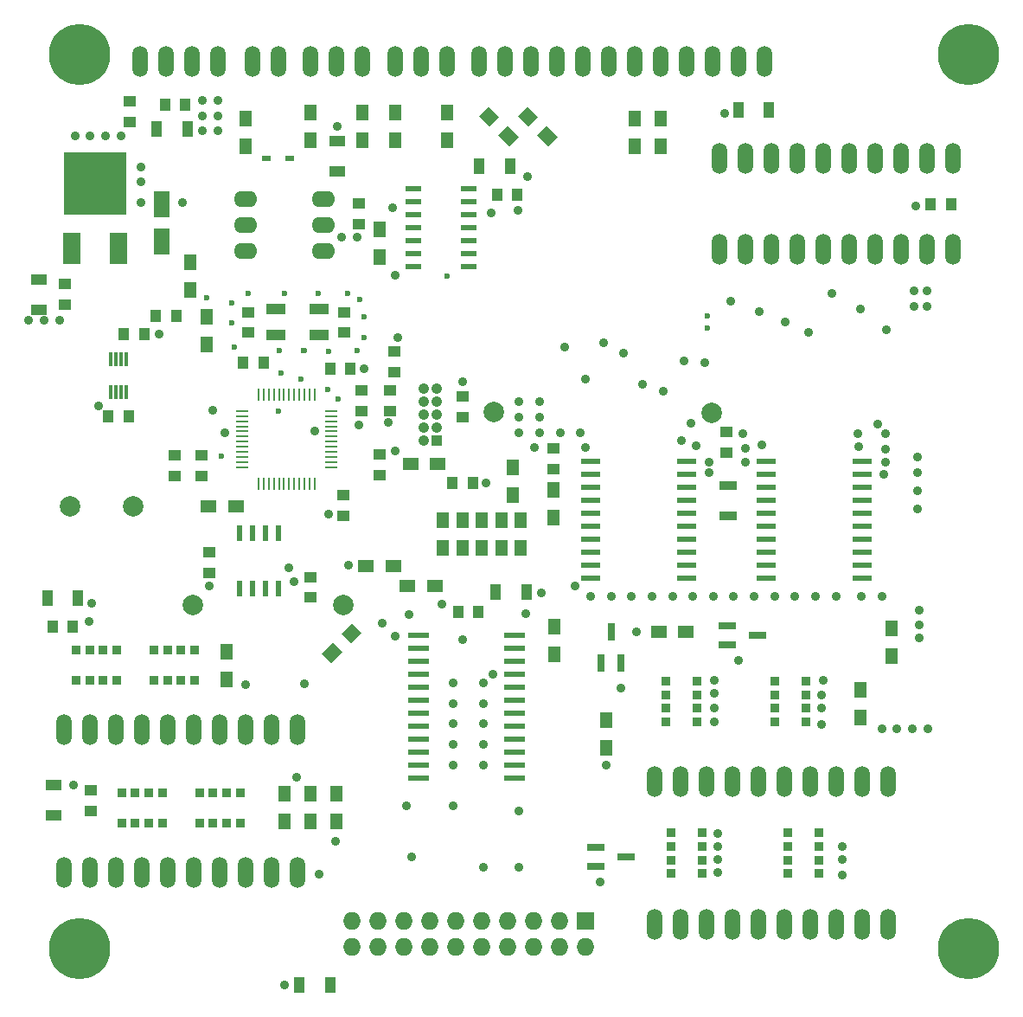
<source format=gbr>
G04 #@! TF.FileFunction,Soldermask,Top*
%FSLAX46Y46*%
G04 Gerber Fmt 4.6, Leading zero omitted, Abs format (unit mm)*
G04 Created by KiCad (PCBNEW 4.0.2+e4-6225~38~ubuntu15.04.1-stable) date Do 30 Jun 2016 00:48:15 CEST*
%MOMM*%
G01*
G04 APERTURE LIST*
%ADD10C,0.150000*%
%ADD11O,1.506220X3.014980*%
%ADD12R,0.900000X0.900000*%
%ADD13R,1.900000X1.100000*%
%ADD14R,1.250000X1.000000*%
%ADD15R,1.000000X1.250000*%
%ADD16R,1.727200X1.727200*%
%ADD17O,1.727200X1.727200*%
%ADD18R,2.000000X0.600000*%
%ADD19R,1.950000X0.600000*%
%ADD20O,2.286000X1.574800*%
%ADD21R,1.500000X0.600000*%
%ADD22R,1.300000X1.500000*%
%ADD23R,1.500000X1.300000*%
%ADD24R,1.700000X0.900000*%
%ADD25R,0.600000X1.550000*%
%ADD26R,0.800100X1.800860*%
%ADD27R,1.800860X0.800100*%
%ADD28R,1.000000X1.600000*%
%ADD29R,1.600000X1.000000*%
%ADD30R,1.651000X3.048000*%
%ADD31R,6.096000X6.096000*%
%ADD32R,0.250000X1.300000*%
%ADD33R,1.300000X0.250000*%
%ADD34R,1.600200X2.600960*%
%ADD35R,1.050000X1.050000*%
%ADD36C,1.050000*%
%ADD37R,0.900000X0.600000*%
%ADD38C,0.050000*%
%ADD39R,0.300000X1.450000*%
%ADD40C,6.000000*%
%ADD41C,0.889000*%
%ADD42C,0.600000*%
%ADD43C,2.000000*%
G04 APERTURE END LIST*
D10*
D11*
X4695000Y-72340280D03*
X7235000Y-72340280D03*
X9775000Y-72340280D03*
X12315000Y-72340280D03*
X27555000Y-72340280D03*
X25015000Y-72340280D03*
X22475000Y-72340280D03*
X19935000Y-72340280D03*
X17395000Y-72340280D03*
X14855000Y-72340280D03*
D12*
X5870000Y-67490280D03*
X9870000Y-67490280D03*
X7210000Y-67490280D03*
X8530000Y-67490280D03*
X7210000Y-64490280D03*
X5870000Y-64490280D03*
X9870000Y-64490280D03*
X8530000Y-64490280D03*
D13*
X25421400Y-31192280D03*
X29688600Y-33732280D03*
X29688600Y-31192280D03*
X25421400Y-33732280D03*
D14*
X22729000Y-31462280D03*
X22729000Y-33462280D03*
X32127000Y-33462280D03*
X32127000Y-31462280D03*
X33841500Y-41145780D03*
X33841500Y-39145780D03*
X36572000Y-41145780D03*
X36572000Y-39145780D03*
X15490000Y-45478000D03*
X15490000Y-47478000D03*
X28825000Y-59370280D03*
X28825000Y-57370280D03*
X52574000Y-44797280D03*
X52574000Y-46797280D03*
D15*
X49065500Y-19952780D03*
X47065500Y-19952780D03*
X43255500Y-60829000D03*
X45255500Y-60829000D03*
D14*
X4750000Y-30750000D03*
X4750000Y-28750000D03*
X33550000Y-20850000D03*
X33550000Y-22850000D03*
D16*
X55749000Y-91009280D03*
D17*
X55749000Y-93549280D03*
X53209000Y-91009280D03*
X53209000Y-93549280D03*
X50669000Y-91009280D03*
X50669000Y-93549280D03*
X48129000Y-91009280D03*
X48129000Y-93549280D03*
X45589000Y-91009280D03*
X45589000Y-93549280D03*
X43049000Y-91009280D03*
X43049000Y-93549280D03*
X40509000Y-91009280D03*
X40509000Y-93549280D03*
X37969000Y-91009280D03*
X37969000Y-93549280D03*
X35429000Y-91009280D03*
X35429000Y-93549280D03*
X32889000Y-91009280D03*
X32889000Y-93549280D03*
D18*
X39365000Y-63115000D03*
X39365000Y-64385000D03*
X39365000Y-65655000D03*
X39365000Y-66925000D03*
X39365000Y-68195000D03*
X39365000Y-69465000D03*
X39365000Y-70735000D03*
X39365000Y-72005000D03*
X39365000Y-73275000D03*
X39365000Y-74545000D03*
X39365000Y-75815000D03*
X39365000Y-77085000D03*
X48765000Y-77085000D03*
X48765000Y-75815000D03*
X48765000Y-74545000D03*
X48765000Y-73275000D03*
X48765000Y-72005000D03*
X48765000Y-70735000D03*
X48765000Y-69465000D03*
X48765000Y-68195000D03*
X48765000Y-66925000D03*
X48765000Y-65655000D03*
X48765000Y-64385000D03*
X48765000Y-63115000D03*
D19*
X73401000Y-46051280D03*
X73401000Y-47321280D03*
X73401000Y-48591280D03*
X73401000Y-49861280D03*
X73401000Y-51131280D03*
X73401000Y-52401280D03*
X73401000Y-53671280D03*
X73401000Y-54941280D03*
X73401000Y-56211280D03*
X73401000Y-57481280D03*
X82801000Y-57481280D03*
X82801000Y-56211280D03*
X82801000Y-54941280D03*
X82801000Y-53671280D03*
X82801000Y-52401280D03*
X82801000Y-51131280D03*
X82801000Y-49861280D03*
X82801000Y-48591280D03*
X82801000Y-47321280D03*
X82801000Y-46051280D03*
D20*
X22475000Y-20443000D03*
X22475000Y-22983000D03*
X22475000Y-25523000D03*
X30095000Y-25523000D03*
X30095000Y-22983000D03*
X30095000Y-20443000D03*
D21*
X38885000Y-19420280D03*
X38885000Y-20690280D03*
X38885000Y-21960280D03*
X38885000Y-23230280D03*
X38885000Y-24500280D03*
X38885000Y-25770280D03*
X38885000Y-27040280D03*
X44285000Y-27040280D03*
X44285000Y-25770280D03*
X44285000Y-24500280D03*
X44285000Y-23230280D03*
X44285000Y-21960280D03*
X44285000Y-20690280D03*
X44285000Y-19420280D03*
D22*
X26285000Y-78610280D03*
X26285000Y-81310280D03*
X20570000Y-67386000D03*
X20570000Y-64686000D03*
X28825000Y-78610280D03*
X28825000Y-81310280D03*
X31365000Y-81310280D03*
X31365000Y-78610280D03*
X52701000Y-62273000D03*
X52701000Y-64973000D03*
X22475000Y-12570280D03*
X22475000Y-15270280D03*
X35585000Y-26080280D03*
X35585000Y-23380280D03*
X60575000Y-15270280D03*
X60575000Y-12570280D03*
X63115000Y-15270280D03*
X63115000Y-12570280D03*
D10*
G36*
X49184543Y-14310585D02*
X48265305Y-15229823D01*
X47204645Y-14169163D01*
X48123883Y-13249925D01*
X49184543Y-14310585D01*
X49184543Y-14310585D01*
G37*
G36*
X47275355Y-12401397D02*
X46356117Y-13320635D01*
X45295457Y-12259975D01*
X46214695Y-11340737D01*
X47275355Y-12401397D01*
X47275355Y-12401397D01*
G37*
G36*
X52994543Y-14310585D02*
X52075305Y-15229823D01*
X51014645Y-14169163D01*
X51933883Y-13249925D01*
X52994543Y-14310585D01*
X52994543Y-14310585D01*
G37*
G36*
X51085355Y-12401397D02*
X50166117Y-13320635D01*
X49105457Y-12259975D01*
X50024695Y-11340737D01*
X51085355Y-12401397D01*
X51085355Y-12401397D01*
G37*
D22*
X42160000Y-14635280D03*
X42160000Y-11935280D03*
X37080000Y-14635280D03*
X37080000Y-11935280D03*
X33905000Y-14635280D03*
X33905000Y-11935280D03*
X28825000Y-14635280D03*
X28825000Y-11935280D03*
X48600000Y-46650000D03*
X48600000Y-49350000D03*
D23*
X34269500Y-56320500D03*
X36969500Y-56320500D03*
D22*
X85750000Y-62400000D03*
X85750000Y-65100000D03*
D23*
X65600000Y-62750000D03*
X62900000Y-62750000D03*
D22*
X82673000Y-68450280D03*
X82673000Y-71150280D03*
X57750000Y-71400000D03*
X57750000Y-74100000D03*
X52574000Y-48892280D03*
X52574000Y-51592280D03*
D24*
X69719000Y-48474780D03*
X69719000Y-51374780D03*
D23*
X18839000Y-50496280D03*
X21539000Y-50496280D03*
D25*
X21840000Y-58530280D03*
X23110000Y-58530280D03*
X24380000Y-58530280D03*
X25650000Y-58530280D03*
X25650000Y-53130280D03*
X24380000Y-53130280D03*
X23110000Y-53130280D03*
X21840000Y-53130280D03*
D10*
G36*
X30847695Y-65758043D02*
X29928457Y-64838805D01*
X30989117Y-63778145D01*
X31908355Y-64697383D01*
X30847695Y-65758043D01*
X30847695Y-65758043D01*
G37*
G36*
X32756883Y-63848855D02*
X31837645Y-62929617D01*
X32898305Y-61868957D01*
X33817543Y-62788195D01*
X32756883Y-63848855D01*
X32756883Y-63848855D01*
G37*
D26*
X57300000Y-65751140D03*
X59200000Y-65751140D03*
X58250000Y-62748860D03*
D27*
X56748860Y-83800000D03*
X56748860Y-85700000D03*
X59751140Y-84750000D03*
X69614860Y-62119280D03*
X69614860Y-64019280D03*
X72617140Y-63069280D03*
D28*
X45359000Y-17222280D03*
X48359000Y-17222280D03*
X30750000Y-97250000D03*
X27750000Y-97250000D03*
D29*
X31428500Y-17706280D03*
X31428500Y-14706280D03*
D28*
X73695500Y-11697780D03*
X70695500Y-11697780D03*
D15*
X13650000Y-31850000D03*
X15650000Y-31850000D03*
X91550000Y-20950000D03*
X89550000Y-20950000D03*
D14*
X7298500Y-78261780D03*
X7298500Y-80261780D03*
D15*
X5568000Y-62226000D03*
X3568000Y-62226000D03*
D29*
X3628200Y-77698280D03*
X3628200Y-80698280D03*
D28*
X6068000Y-59432000D03*
X3068000Y-59432000D03*
D15*
X11029000Y-41652000D03*
X9029000Y-41652000D03*
D14*
X32000000Y-51400000D03*
X32000000Y-49400000D03*
X18157000Y-45478000D03*
X18157000Y-47478000D03*
X35600000Y-45400000D03*
X35600000Y-47400000D03*
D15*
X30750000Y-37000000D03*
X32750000Y-37000000D03*
X10553000Y-33651000D03*
X12553000Y-33651000D03*
D30*
X5464000Y-25250280D03*
D31*
X7750000Y-18900280D03*
D30*
X10036000Y-25250280D03*
D32*
X29225500Y-39542280D03*
X28725500Y-39542280D03*
X28225500Y-39542280D03*
X27725500Y-39542280D03*
X27225500Y-39542280D03*
X26725500Y-39542280D03*
X26225500Y-39542280D03*
X25725500Y-39542280D03*
X25225500Y-39542280D03*
X24725500Y-39542280D03*
X24225500Y-39542280D03*
X23725500Y-39542280D03*
D33*
X22125500Y-41142280D03*
X22125500Y-41642280D03*
X22125500Y-42142280D03*
X22125500Y-42642280D03*
X22125500Y-43142280D03*
X22125500Y-43642280D03*
X22125500Y-44142280D03*
X22125500Y-44642280D03*
X22125500Y-45142280D03*
X22125500Y-45642280D03*
X22125500Y-46142280D03*
X22125500Y-46642280D03*
D32*
X23725500Y-48242280D03*
X24225500Y-48242280D03*
X24725500Y-48242280D03*
X25225500Y-48242280D03*
X25725500Y-48242280D03*
X26225500Y-48242280D03*
X26725500Y-48242280D03*
X27225500Y-48242280D03*
X27725500Y-48242280D03*
X28225500Y-48242280D03*
X28725500Y-48242280D03*
X29225500Y-48242280D03*
D33*
X30825500Y-46642280D03*
X30825500Y-46142280D03*
X30825500Y-45642280D03*
X30825500Y-45142280D03*
X30825500Y-44642280D03*
X30825500Y-44142280D03*
X30825500Y-43642280D03*
X30825500Y-43142280D03*
X30825500Y-42642280D03*
X30825500Y-42142280D03*
X30825500Y-41642280D03*
X30825500Y-41142280D03*
D29*
X2250000Y-28250000D03*
X2250000Y-31250000D03*
D34*
X14250000Y-24551140D03*
X14250000Y-20949420D03*
D15*
X24250000Y-36450000D03*
X22250000Y-36450000D03*
D22*
X18650000Y-34600000D03*
X18650000Y-31900000D03*
D14*
X37000000Y-35350000D03*
X37000000Y-37350000D03*
D35*
X41200000Y-44050000D03*
D36*
X41200000Y-42780000D03*
X41200000Y-41510000D03*
X41200000Y-40240000D03*
X41200000Y-38970000D03*
X39930000Y-42780000D03*
X39930000Y-41510000D03*
X39930000Y-40240000D03*
X39930000Y-38970000D03*
X39930000Y-44050000D03*
D12*
X64155000Y-82405280D03*
X64155000Y-86405280D03*
X64155000Y-83745280D03*
X64155000Y-85065280D03*
X67155000Y-83745280D03*
X67155000Y-82405280D03*
X67155000Y-86405280D03*
X67155000Y-85065280D03*
X75585000Y-82405280D03*
X75585000Y-86405280D03*
X75585000Y-83745280D03*
X75585000Y-85065280D03*
X78585000Y-83745280D03*
X78585000Y-82405280D03*
X78585000Y-86405280D03*
X78585000Y-85065280D03*
X66647000Y-71546280D03*
X66647000Y-67546280D03*
X66647000Y-70206280D03*
X66647000Y-68886280D03*
X63647000Y-70206280D03*
X63647000Y-71546280D03*
X63647000Y-67546280D03*
X63647000Y-68886280D03*
X77315000Y-71546280D03*
X77315000Y-67546280D03*
X77315000Y-70206280D03*
X77315000Y-68886280D03*
X74315000Y-70206280D03*
X74315000Y-71546280D03*
X74315000Y-67546280D03*
X74315000Y-68886280D03*
X10315000Y-81460280D03*
X14315000Y-81460280D03*
X11655000Y-81460280D03*
X12975000Y-81460280D03*
X11655000Y-78460280D03*
X10315000Y-78460280D03*
X14315000Y-78460280D03*
X12975000Y-78460280D03*
X17935000Y-81460280D03*
X21935000Y-81460280D03*
X19275000Y-81460280D03*
X20595000Y-81460280D03*
X19275000Y-78460280D03*
X17935000Y-78460280D03*
X21935000Y-78460280D03*
X20595000Y-78460280D03*
X13490000Y-67490280D03*
X17490000Y-67490280D03*
X14830000Y-67490280D03*
X16150000Y-67490280D03*
X14830000Y-64490280D03*
X13490000Y-64490280D03*
X17490000Y-64490280D03*
X16150000Y-64490280D03*
D11*
X19757200Y-6909880D03*
X17217200Y-6909880D03*
X14677200Y-6909880D03*
X12137200Y-6909880D03*
D37*
X24507000Y-16460280D03*
X26793000Y-16460280D03*
D11*
X42160000Y-6935280D03*
X39620000Y-6935280D03*
X37080000Y-6935280D03*
X33905000Y-6935280D03*
X31365000Y-6935280D03*
X28825000Y-6935280D03*
X4695000Y-86310280D03*
X7235000Y-86310280D03*
X9775000Y-86310280D03*
X12315000Y-86310280D03*
X27555000Y-86310280D03*
X25015000Y-86310280D03*
X22475000Y-86310280D03*
X19935000Y-86310280D03*
X17395000Y-86310280D03*
X14855000Y-86310280D03*
X25650000Y-6935280D03*
X23110000Y-6935280D03*
X62480000Y-77420280D03*
X65020000Y-77420280D03*
X67560000Y-77420280D03*
X70100000Y-77420280D03*
X85340000Y-77420280D03*
X82800000Y-77420280D03*
X80260000Y-77420280D03*
X77720000Y-77420280D03*
X75180000Y-77420280D03*
X72640000Y-77420280D03*
X68830000Y-16460280D03*
X71370000Y-16460280D03*
X73910000Y-16460280D03*
X76450000Y-16460280D03*
X91690000Y-16460280D03*
X89150000Y-16460280D03*
X86610000Y-16460280D03*
X84070000Y-16460280D03*
X81530000Y-16460280D03*
X78990000Y-16460280D03*
X62480000Y-91390280D03*
X65020000Y-91390280D03*
X67560000Y-91390280D03*
X70100000Y-91390280D03*
X85340000Y-91390280D03*
X82800000Y-91390280D03*
X80260000Y-91390280D03*
X77720000Y-91390280D03*
X75180000Y-91390280D03*
X72640000Y-91390280D03*
X68830000Y-25350280D03*
X71370000Y-25350280D03*
X73910000Y-25350280D03*
X76450000Y-25350280D03*
X91690000Y-25350280D03*
X89150000Y-25350280D03*
X86610000Y-25350280D03*
X84070000Y-25350280D03*
X81530000Y-25350280D03*
X78990000Y-25350280D03*
X58035000Y-6935280D03*
X55495000Y-6935280D03*
X52955000Y-6935280D03*
X50415000Y-6935280D03*
X47875000Y-6935280D03*
X45335000Y-6935280D03*
X73275000Y-6935280D03*
X70735000Y-6935280D03*
X68195000Y-6935280D03*
X65655000Y-6935280D03*
X63115000Y-6935280D03*
X60575000Y-6935280D03*
D14*
X69528500Y-45209780D03*
X69528500Y-43209780D03*
D38*
X25777000Y-37396280D03*
X25777000Y-38196280D03*
D14*
X18919000Y-56957280D03*
X18919000Y-54957280D03*
D39*
X9279000Y-39315000D03*
X9779000Y-39315000D03*
X10279000Y-39315000D03*
X10779000Y-39315000D03*
X10779000Y-36115000D03*
X10279000Y-36115000D03*
X9779000Y-36115000D03*
X9279000Y-36115000D03*
D19*
X56256000Y-46051280D03*
X56256000Y-47321280D03*
X56256000Y-48591280D03*
X56256000Y-49861280D03*
X56256000Y-51131280D03*
X56256000Y-52401280D03*
X56256000Y-53671280D03*
X56256000Y-54941280D03*
X56256000Y-56211280D03*
X56256000Y-57481280D03*
X65656000Y-57481280D03*
X65656000Y-56211280D03*
X65656000Y-54941280D03*
X65656000Y-53671280D03*
X65656000Y-52401280D03*
X65656000Y-51131280D03*
X65656000Y-49861280D03*
X65656000Y-48591280D03*
X65656000Y-47321280D03*
X65656000Y-46051280D03*
D22*
X17050000Y-26600000D03*
X17050000Y-29300000D03*
D15*
X14550000Y-11150000D03*
X16550000Y-11150000D03*
D28*
X13750000Y-13550000D03*
X16750000Y-13550000D03*
D14*
X11150000Y-10850000D03*
X11150000Y-12850000D03*
D22*
X47494000Y-54559000D03*
X47494000Y-51859000D03*
X49399000Y-54559000D03*
X49399000Y-51859000D03*
X41779000Y-54559000D03*
X41779000Y-51859000D03*
X43684000Y-54559000D03*
X43684000Y-51859000D03*
X45589000Y-54559000D03*
X45589000Y-51859000D03*
D28*
X46946500Y-58860500D03*
X49946500Y-58860500D03*
D23*
X41033500Y-58289000D03*
X38333500Y-58289000D03*
D15*
X42700000Y-48150000D03*
X44700000Y-48150000D03*
D23*
X41300000Y-46350000D03*
X38600000Y-46350000D03*
D14*
X43750000Y-41750000D03*
X43750000Y-39750000D03*
D40*
X93250000Y-93750280D03*
X6250000Y-6250280D03*
X93250000Y-6250280D03*
X6250000Y-93750280D03*
D41*
X37334000Y-33986280D03*
X46478000Y-21794280D03*
X36826000Y-21286280D03*
X35810000Y-61926280D03*
X42750000Y-79750000D03*
X38250000Y-79750000D03*
X38750000Y-84750000D03*
X45750000Y-85750000D03*
X49250000Y-85750000D03*
X49250000Y-80250000D03*
X45750000Y-75750000D03*
X42750000Y-75750000D03*
X42750000Y-73750000D03*
X45750000Y-73750000D03*
X45750000Y-71750000D03*
X42750000Y-71750000D03*
X42750000Y-69750000D03*
X45750000Y-69750000D03*
X45750000Y-67750000D03*
X42750000Y-67750000D03*
X26250000Y-97250000D03*
X57200000Y-87250000D03*
X69350000Y-12050000D03*
X88050000Y-21050000D03*
X43750000Y-38250000D03*
X4250000Y-32250000D03*
X2750000Y-32250000D03*
X46000000Y-48150000D03*
X34050000Y-37000000D03*
X37080000Y-45081000D03*
X36445000Y-42287000D03*
X1250000Y-32250000D03*
X51250000Y-40250000D03*
X49250000Y-40250000D03*
X49250000Y-41750000D03*
X51250000Y-41750000D03*
X50750000Y-44750000D03*
X49250000Y-43250000D03*
X51250000Y-43250000D03*
X55750000Y-44750000D03*
X55250000Y-43250000D03*
X53250000Y-43250000D03*
X84750000Y-59250000D03*
X82750000Y-59250000D03*
X80250000Y-59250000D03*
X78250000Y-59250000D03*
X76250000Y-59250000D03*
X74250000Y-59250000D03*
X72250000Y-59250000D03*
X70250000Y-59250000D03*
X68250000Y-59250000D03*
X66250000Y-59250000D03*
X64250000Y-59250000D03*
X62250000Y-59250000D03*
X60250000Y-59250000D03*
X58250000Y-59250000D03*
X56250000Y-59250000D03*
X54750000Y-58250000D03*
X57750000Y-75750000D03*
X59250000Y-68250000D03*
X60750000Y-62750000D03*
X89250000Y-72250000D03*
X87750000Y-72250000D03*
X86250000Y-72250000D03*
X88388000Y-63323280D03*
X88388000Y-62053280D03*
X88388000Y-60656280D03*
X88261000Y-50750280D03*
X88261000Y-48972280D03*
X88261000Y-47194280D03*
X88261000Y-45670280D03*
X89150000Y-30938280D03*
X87880000Y-30938280D03*
X87880000Y-29414280D03*
X89150000Y-29414280D03*
X84750000Y-72250000D03*
X32571500Y-56193500D03*
X51431000Y-58924000D03*
X49907000Y-60956000D03*
X46668500Y-66861500D03*
X43684000Y-63496000D03*
X37143500Y-63178500D03*
X41715500Y-60067000D03*
X38477000Y-61019500D03*
X70700000Y-65550000D03*
X30550000Y-51250000D03*
X29650000Y-86450000D03*
X31301500Y-83198780D03*
X20450000Y-43250000D03*
X22475000Y-67941000D03*
X19250000Y-41050000D03*
X28250000Y-67850000D03*
X8050000Y-40650000D03*
X13966000Y-33651000D03*
X7108000Y-61718000D03*
X7362000Y-59940000D03*
X5584000Y-77720000D03*
X18919000Y-58289000D03*
D42*
X20062000Y-45543280D03*
X18665000Y-30095000D03*
X42160000Y-27936000D03*
D41*
X33397000Y-24126000D03*
X31873000Y-24126000D03*
D42*
X67650000Y-31850000D03*
X67650000Y-33050000D03*
X25650000Y-41150000D03*
D41*
X18250000Y-10750000D03*
X18250000Y-12250000D03*
X18250000Y-13750000D03*
X19750000Y-13750000D03*
X19750000Y-12250000D03*
X19750000Y-10750000D03*
X10250000Y-14250000D03*
X8750000Y-14250000D03*
X7250000Y-14250000D03*
X5750000Y-14250000D03*
X12250000Y-17250000D03*
X12250000Y-18750000D03*
X16250000Y-20750000D03*
X12250000Y-20750000D03*
X31428500Y-13285280D03*
X27491500Y-76975780D03*
X37080000Y-27826780D03*
X50034000Y-18174780D03*
X49145000Y-21540280D03*
X73021000Y-44463780D03*
X82482500Y-44590780D03*
X82419000Y-43384280D03*
X84387500Y-42431780D03*
X85086000Y-43320780D03*
X85086000Y-44908280D03*
X85086000Y-46114780D03*
X84959000Y-47321280D03*
X66607500Y-44527280D03*
X65147000Y-44019280D03*
X66036000Y-42304780D03*
X71370000Y-44781280D03*
X71179500Y-43384280D03*
X26666000Y-56465280D03*
X27174000Y-57862280D03*
X71370000Y-46178280D03*
X67814000Y-47194280D03*
X67814000Y-46178280D03*
X29206000Y-43130280D03*
X33524000Y-42541000D03*
X80895000Y-83770280D03*
X85213000Y-33224280D03*
X80895000Y-85040280D03*
X82673000Y-31192280D03*
X80895000Y-86564280D03*
X79879000Y-29668280D03*
X77593000Y-33478280D03*
X68703000Y-82500280D03*
X75307000Y-32462280D03*
X68703000Y-83770280D03*
X78863000Y-70181280D03*
X59432000Y-35510280D03*
X78863000Y-71832280D03*
X57527000Y-34494280D03*
X78990000Y-67514280D03*
X67433000Y-36399280D03*
X78863000Y-68911280D03*
X65401000Y-36272280D03*
X68322000Y-68784280D03*
X61337000Y-38558280D03*
X68322000Y-67514280D03*
X63369000Y-39193280D03*
X68322000Y-71578280D03*
X53717000Y-34875280D03*
X68322000Y-70181280D03*
X55749000Y-38050280D03*
D42*
X34050000Y-33950000D03*
X34050000Y-31950000D03*
X30550000Y-35350000D03*
X28190000Y-35256280D03*
X28150000Y-35250000D03*
X21150000Y-30550000D03*
X21150000Y-32550000D03*
X21350000Y-34850000D03*
X22750000Y-29650000D03*
X27850000Y-38050000D03*
X25777000Y-35256280D03*
X25950000Y-37450000D03*
X26250000Y-29668280D03*
X29550000Y-29650000D03*
X32450000Y-29668280D03*
X33650000Y-30250000D03*
X33350000Y-35250000D03*
D41*
X69973000Y-30430280D03*
X68703000Y-86310280D03*
X72767000Y-31446280D03*
X68703000Y-85040280D03*
D43*
X17331500Y-60130500D03*
X32063500Y-60130500D03*
D42*
X31500000Y-40000000D03*
X30500000Y-39000000D03*
D43*
X5250000Y-50450000D03*
X11450000Y-50450000D03*
X68068000Y-41288780D03*
X46795500Y-41271000D03*
M02*

</source>
